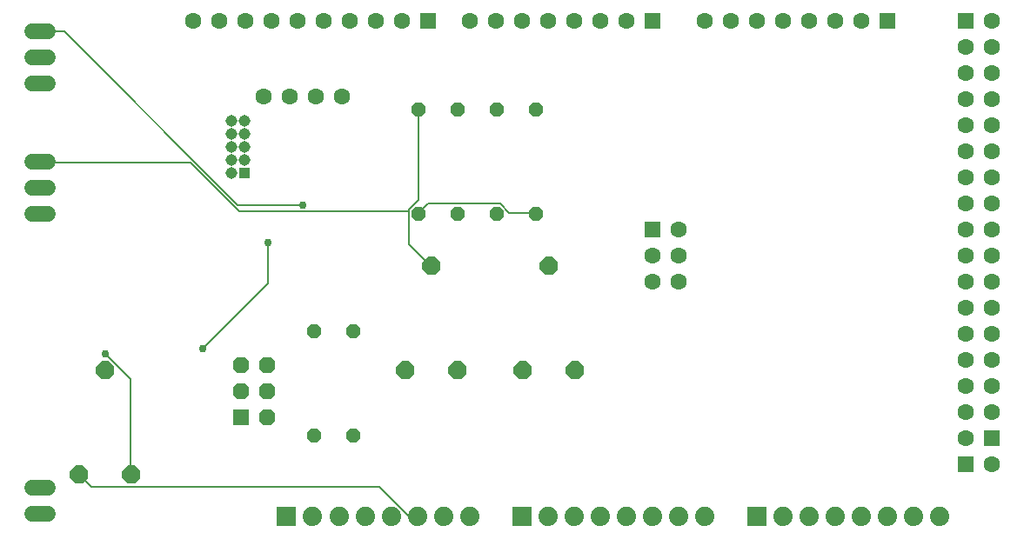
<source format=gbr>
G04 EAGLE Gerber RS-274X export*
G75*
%MOMM*%
%FSLAX34Y34*%
%LPD*%
%INBottom Copper*%
%IPPOS*%
%AMOC8*
5,1,8,0,0,1.08239X$1,22.5*%
G01*
%ADD10R,1.879600X1.879600*%
%ADD11C,1.879600*%
%ADD12R,1.600200X1.600200*%
%ADD13C,1.600200*%
%ADD14C,1.143000*%
%ADD15R,1.108000X1.108000*%
%ADD16P,1.732040X8X22.500000*%
%ADD17C,1.524000*%
%ADD18P,1.429621X8X292.500000*%
%ADD19P,1.429621X8X112.500000*%
%ADD20P,1.924489X8X22.500000*%
%ADD21C,0.152400*%
%ADD22C,0.756400*%


D10*
X519430Y175260D03*
D11*
X544830Y175260D03*
X570230Y175260D03*
X595630Y175260D03*
X621030Y175260D03*
X646430Y175260D03*
X671830Y175260D03*
X697230Y175260D03*
X367030Y175260D03*
X392430Y175260D03*
X417830Y175260D03*
X443230Y175260D03*
X468630Y175260D03*
D10*
X748030Y175260D03*
D11*
X773430Y175260D03*
X798830Y175260D03*
X824230Y175260D03*
X849630Y175260D03*
X875030Y175260D03*
X900430Y175260D03*
X925830Y175260D03*
D12*
X976630Y251460D03*
D13*
X951230Y251460D03*
X976630Y276860D03*
X951230Y276860D03*
X976630Y302260D03*
X951230Y302260D03*
X976630Y327660D03*
X951230Y327660D03*
X976630Y353060D03*
X951230Y353060D03*
X976630Y378460D03*
X951230Y378460D03*
X976630Y403860D03*
X951230Y403860D03*
X976630Y429260D03*
X951230Y429260D03*
X976630Y454660D03*
X951230Y454660D03*
X976630Y480060D03*
X951230Y480060D03*
X976630Y505460D03*
X951230Y505460D03*
X976630Y530860D03*
X951230Y530860D03*
X976630Y556260D03*
X951230Y556260D03*
X976630Y581660D03*
X951230Y581660D03*
X976630Y607060D03*
X951230Y607060D03*
X976630Y632460D03*
X951230Y632460D03*
D12*
X875030Y657860D03*
D13*
X849630Y657860D03*
X824230Y657860D03*
X798830Y657860D03*
X773430Y657860D03*
X748030Y657860D03*
X722630Y657860D03*
X697230Y657860D03*
D12*
X646430Y454660D03*
D13*
X646430Y429260D03*
X646430Y403860D03*
X671830Y454660D03*
X671830Y429260D03*
X671830Y403860D03*
D12*
X951230Y657860D03*
D13*
X976630Y657860D03*
D12*
X951230Y226060D03*
D13*
X976630Y226060D03*
D12*
X646430Y657860D03*
D13*
X621030Y657860D03*
X595630Y657860D03*
X570230Y657860D03*
X544830Y657860D03*
X519430Y657860D03*
X494030Y657860D03*
X468630Y657860D03*
D12*
X427990Y657860D03*
D13*
X402590Y657860D03*
X377190Y657860D03*
X351790Y657860D03*
X326390Y657860D03*
X300990Y657860D03*
X275590Y657860D03*
X250190Y657860D03*
X224790Y657860D03*
X199390Y657860D03*
D14*
X236893Y560142D03*
X236893Y547442D03*
X249593Y547442D03*
X249593Y560142D03*
X236893Y534742D03*
X249593Y534742D03*
X236893Y522042D03*
X249593Y522042D03*
X236893Y509342D03*
D15*
X249593Y509342D03*
D13*
X344307Y584426D03*
X318907Y584426D03*
X293507Y584426D03*
X268107Y584426D03*
D16*
X246540Y322460D03*
X246540Y297060D03*
D12*
X246540Y271660D03*
D16*
X271940Y322460D03*
X271940Y297060D03*
X271940Y271660D03*
D10*
X290760Y175130D03*
D11*
X316160Y175130D03*
X341630Y175250D03*
D17*
X58420Y647700D02*
X43180Y647700D01*
X43180Y622300D02*
X58420Y622300D01*
X58420Y596900D02*
X43180Y596900D01*
X43180Y520700D02*
X58420Y520700D01*
X58420Y495300D02*
X43180Y495300D01*
X43180Y469900D02*
X58420Y469900D01*
X58420Y177800D02*
X43180Y177800D01*
X43180Y203200D02*
X58420Y203200D01*
D18*
X317500Y355600D03*
X317500Y254000D03*
D19*
X457200Y469900D03*
X457200Y571500D03*
X495300Y469900D03*
X495300Y571500D03*
D18*
X419100Y571500D03*
X419100Y469900D03*
D19*
X533400Y469900D03*
X533400Y571500D03*
D18*
X355600Y355600D03*
X355600Y254000D03*
D20*
X520700Y317500D03*
X571500Y317500D03*
X546100Y419100D03*
X406400Y317500D03*
X457200Y317500D03*
X431800Y419100D03*
X88900Y215900D03*
X139700Y215900D03*
X114300Y317500D03*
D21*
X74168Y647700D02*
X50800Y647700D01*
X74168Y647700D02*
X243332Y478536D01*
X306324Y478536D01*
D22*
X306324Y478536D03*
D21*
X409956Y175260D02*
X417830Y175260D01*
X409956Y175260D02*
X381000Y204216D01*
X100584Y204216D01*
X88900Y215900D01*
X272796Y402336D02*
X272796Y441960D01*
X272796Y402336D02*
X208788Y338328D01*
D22*
X272796Y441960D03*
X208788Y338328D03*
D21*
X507492Y470916D02*
X533400Y470916D01*
X507492Y470916D02*
X498348Y480060D01*
X428244Y480060D01*
X419100Y470916D01*
X533400Y470916D02*
X533400Y469900D01*
X419100Y469900D02*
X419100Y470916D01*
X138684Y309372D02*
X114300Y333756D01*
X138684Y309372D02*
X138684Y216408D01*
X139700Y215900D01*
D22*
X114300Y333756D03*
D21*
X419100Y483108D02*
X419100Y571500D01*
X419100Y483108D02*
X409956Y473964D01*
X409956Y472440D02*
X409956Y440436D01*
X409956Y472440D02*
X409956Y473964D01*
X409956Y440436D02*
X431292Y419100D01*
X431800Y419100D01*
X197612Y519684D02*
X51816Y519684D01*
X197612Y519684D02*
X244856Y472440D01*
X409956Y472440D01*
X51816Y519684D02*
X50800Y520700D01*
M02*

</source>
